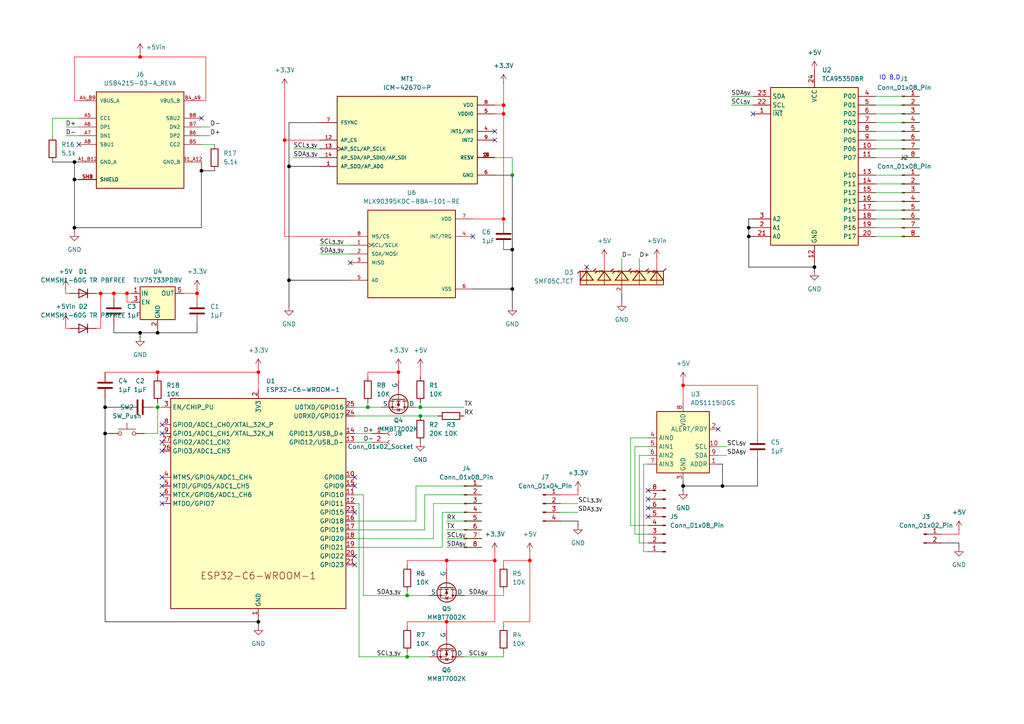
<source format=kicad_sch>
(kicad_sch (version 20250114) (generator "eeschema") (generator_version "9.0")
  (paper "A4")
  (text "IO B,D" (at 258.064 22.606 0) (effects (font (size 1.27 1.27))))
  (junction (at 30.48 125.73) (color 0 0 0 1))
  (junction (at 148.59 83.82) (color 0 0 0 1))
  (junction (at 58.42 49.53) (color 0 0 0 1))
  (junction (at 45.72 107.95) (color 255 0 0 1))
  (junction (at 118.11 172.72))
  (junction (at 198.12 140.97) (color 0 0 0 1))
  (junction (at 74.93 180.34) (color 0 0 0 1))
  (junction (at 21.59 46.99) (color 0 0 0 1))
  (junction (at 36.83 85.09) (color 255 0 0 1))
  (junction (at 129.54 162.56) (color 255 0 0 1))
  (junction (at 148.59 72.39) (color 0 0 0 1))
  (junction (at 198.12 111.76) (color 255 0 0 1))
  (junction (at 118.11 190.5))
  (junction (at 40.64 96.52) (color 0 0 0 1))
  (junction (at 83.82 48.26) (color 0 0 0 1))
  (junction (at 45.72 96.52) (color 0 0 0 1))
  (junction (at 74.93 107.95) (color 255 0 0 1))
  (junction (at 121.92 118.11))
  (junction (at 82.55 40.64) (color 255 0 0 1))
  (junction (at 143.51 162.56) (color 255 0 0 1))
  (junction (at 148.59 50.8))
  (junction (at 33.02 85.09) (color 255 0 0 1))
  (junction (at 217.17 68.58) (color 0 0 0 1))
  (junction (at 57.15 85.09) (color 255 0 0 1))
  (junction (at 121.92 120.65))
  (junction (at 106.68 118.11))
  (junction (at 30.48 118.11) (color 0 0 0 1))
  (junction (at 129.54 180.34) (color 255 0 0 1))
  (junction (at 45.72 118.11))
  (junction (at 146.05 33.02) (color 255 0 0 1))
  (junction (at 153.67 162.56) (color 255 0 0 1))
  (junction (at 29.21 85.09) (color 255 0 0 1))
  (junction (at 21.59 66.04) (color 0 0 0 1))
  (junction (at 83.82 81.28) (color 0 0 0 1))
  (junction (at 40.64 16.51) (color 255 0 0 1))
  (junction (at 146.05 30.48) (color 255 0 0 1))
  (junction (at 217.17 66.04) (color 0 0 0 1))
  (junction (at 209.55 140.97) (color 0 0 0 1))
  (junction (at 146.05 63.5) (color 255 0 0 1))
  (junction (at 236.22 77.47) (color 0 0 0 1))
  (junction (at 115.57 107.95) (color 255 0 0 1))
  (junction (at 21.59 52.07) (color 0 0 0 1))
  (no_connect (at 102.87 138.43))
  (no_connect (at 46.99 143.51))
  (no_connect (at 46.99 130.81))
  (no_connect (at 46.99 138.43))
  (no_connect (at 22.86 41.91))
  (no_connect (at 187.96 144.78))
  (no_connect (at 218.44 33.02))
  (no_connect (at 208.28 124.46))
  (no_connect (at 46.99 140.97))
  (no_connect (at 46.99 125.73))
  (no_connect (at 46.99 146.05))
  (no_connect (at 102.87 140.97))
  (no_connect (at 102.87 163.83))
  (no_connect (at 102.87 148.59))
  (no_connect (at 137.16 68.58))
  (no_connect (at 143.51 40.64))
  (no_connect (at 46.99 123.19))
  (no_connect (at 143.51 38.1))
  (no_connect (at 187.96 149.86))
  (no_connect (at 187.96 147.32))
  (no_connect (at 101.6 76.2))
  (no_connect (at 58.42 34.29))
  (no_connect (at 102.87 161.29))
  (no_connect (at 46.99 128.27))
  (no_connect (at 170.18 77.47))
  (no_connect (at 187.96 142.24))
  (wire (pts (xy 146.05 181.61) (xy 146.05 180.34)) (stroke (width 0) (color 255 0 0 1)))
  (wire (pts (xy 254 68.58) (xy 266.7 68.58)))
  (wire (pts (xy 143.51 33.02) (xy 146.05 33.02)) (stroke (width 0) (color 255 0 0 1)))
  (wire (pts (xy 143.51 160.02) (xy 143.51 162.56)) (stroke (width 0) (color 255 0 0 1)))
  (wire (pts (xy 185.42 74.93) (xy 185.42 77.47)))
  (wire (pts (xy 121.92 118.11) (xy 134.62 118.11)))
  (wire (pts (xy 217.17 68.58) (xy 218.44 68.58)) (stroke (width 0) (color 0 0 0 1)))
  (wire (pts (xy 57.15 96.52) (xy 45.72 96.52)) (stroke (width 0) (color 0 0 0 1)))
  (wire (pts (xy 125.73 146.05) (xy 139.7 146.05)))
  (wire (pts (xy 146.05 180.34) (xy 153.67 180.34)) (stroke (width 0) (color 255 0 0 1)))
  (wire (pts (xy 36.83 85.09) (xy 38.1 85.09)) (stroke (width 0) (color 255 0 0 1)))
  (wire (pts (xy 30.48 180.34) (xy 74.93 180.34)) (stroke (width 0) (color 0 0 0 1)))
  (wire (pts (xy 19.05 83.82) (xy 19.05 85.09)) (stroke (width 0) (color 255 0 0 1)))
  (wire (pts (xy 83.82 48.26) (xy 83.82 81.28)) (stroke (width 0) (color 0 0 0 1)))
  (wire (pts (xy 129.54 156.21) (xy 139.7 156.21)))
  (wire (pts (xy 120.65 140.97) (xy 139.7 140.97)))
  (wire (pts (xy 27.94 95.25) (xy 29.21 95.25)) (stroke (width 0) (color 255 0 0 1)))
  (wire (pts (xy 19.05 36.83) (xy 22.86 36.83)))
  (wire (pts (xy 15.24 34.29) (xy 22.86 34.29)))
  (wire (pts (xy 143.51 45.72) (xy 148.59 45.72)))
  (wire (pts (xy 21.59 29.21) (xy 21.59 16.51)) (stroke (width 0) (color 255 0 0 1)))
  (wire (pts (xy 254 38.1) (xy 266.7 38.1)))
  (wire (pts (xy 209.55 140.97) (xy 219.71 140.97)) (stroke (width 0) (color 0 0 0 1)))
  (wire (pts (xy 162.56 148.59) (xy 167.64 148.59)))
  (wire (pts (xy 106.68 116.84) (xy 106.68 118.11)))
  (wire (pts (xy 217.17 68.58) (xy 217.17 77.47)) (stroke (width 0) (color 0 0 0 1)))
  (wire (pts (xy 208.28 129.54) (xy 210.82 129.54)))
  (wire (pts (xy 102.87 128.27) (xy 107.95 128.27)))
  (wire (pts (xy 153.67 160.02) (xy 153.67 162.56)) (stroke (width 0) (color 255 0 0 1)))
  (wire (pts (xy 219.71 125.73) (xy 219.71 111.76)) (stroke (width 0) (color 255 0 0 1)))
  (wire (pts (xy 162.56 151.13) (xy 167.64 151.13)) (stroke (width 0) (color 0 0 0 1)))
  (wire (pts (xy 190.5 74.93) (xy 190.5 77.47)) (stroke (width 0) (color 255 0 0 1)))
  (wire (pts (xy 45.72 118.11) (xy 46.99 118.11)))
  (wire (pts (xy 83.82 48.26) (xy 92.71 48.26)) (stroke (width 0) (color 0 0 0 1)))
  (wire (pts (xy 105.41 172.72) (xy 118.11 172.72)))
  (wire (pts (xy 123.19 143.51) (xy 139.7 143.51)))
  (wire (pts (xy 30.48 107.95) (xy 45.72 107.95)) (stroke (width 0) (color 255 0 0 1)))
  (wire (pts (xy 118.11 180.34) (xy 129.54 180.34)) (stroke (width 0) (color 255 0 0 1)))
  (wire (pts (xy 57.15 93.98) (xy 57.15 96.52)) (stroke (width 0) (color 0 0 0 1)))
  (wire (pts (xy 30.48 125.73) (xy 30.48 180.34)) (stroke (width 0) (color 0 0 0 1)))
  (wire (pts (xy 57.15 85.09) (xy 57.15 86.36)) (stroke (width 0) (color 255 0 0 1)))
  (wire (pts (xy 254 53.34) (xy 266.7 53.34)))
  (wire (pts (xy 167.64 151.13) (xy 167.64 152.4)) (stroke (width 0) (color 0 0 0 1)))
  (wire (pts (xy 74.93 106.68) (xy 74.93 107.95)) (stroke (width 0) (color 255 0 0 1)))
  (wire (pts (xy 83.82 81.28) (xy 83.82 88.9)) (stroke (width 0) (color 0 0 0 1)))
  (wire (pts (xy 198.12 139.7) (xy 198.12 140.97)) (stroke (width 0) (color 0 0 0 1)))
  (wire (pts (xy 33.02 96.52) (xy 40.64 96.52)) (stroke (width 0) (color 0 0 0 1)))
  (wire (pts (xy 217.17 66.04) (xy 218.44 66.04)) (stroke (width 0) (color 0 0 0 1)))
  (wire (pts (xy 15.24 46.99) (xy 21.59 46.99)) (stroke (width 0) (color 0 0 0 1)))
  (wire (pts (xy 121.92 116.84) (xy 121.92 118.11)))
  (wire (pts (xy 21.59 46.99) (xy 21.59 52.07)) (stroke (width 0) (color 0 0 0 1)))
  (wire (pts (xy 106.68 109.22) (xy 106.68 107.95)) (stroke (width 0) (color 255 0 0 1)))
  (wire (pts (xy 146.05 30.48) (xy 146.05 33.02)) (stroke (width 0) (color 255 0 0 1)))
  (wire (pts (xy 128.27 148.59) (xy 128.27 158.75)))
  (wire (pts (xy 21.59 16.51) (xy 40.64 16.51)) (stroke (width 0) (color 255 0 0 1)))
  (wire (pts (xy 236.22 77.47) (xy 236.22 76.2)) (stroke (width 0) (color 0 0 0 1)))
  (wire (pts (xy 19.05 85.09) (xy 20.32 85.09)) (stroke (width 0) (color 255 0 0 1)))
  (wire (pts (xy 36.83 85.09) (xy 36.83 87.63)) (stroke (width 0) (color 255 0 0 1)))
  (wire (pts (xy 182.88 152.4) (xy 187.96 152.4)))
  (wire (pts (xy 106.68 118.11) (xy 110.49 118.11)))
  (wire (pts (xy 44.45 118.11) (xy 45.72 118.11)))
  (wire (pts (xy 15.24 39.37) (xy 15.24 34.29)))
  (wire (pts (xy 254 30.48) (xy 266.7 30.48)))
  (wire (pts (xy 102.87 151.13) (xy 120.65 151.13)))
  (wire (pts (xy 219.71 133.35) (xy 219.71 140.97)) (stroke (width 0) (color 0 0 0 1)))
  (wire (pts (xy 62.23 49.53) (xy 58.42 49.53)) (stroke (width 0) (color 0 0 0 1)))
  (wire (pts (xy 121.92 106.68) (xy 121.92 109.22)) (stroke (width 0) (color 255 0 0 1)))
  (wire (pts (xy 21.59 52.07) (xy 21.59 66.04)) (stroke (width 0) (color 0 0 0 1)))
  (wire (pts (xy 45.72 107.95) (xy 45.72 109.22)) (stroke (width 0) (color 255 0 0 1)))
  (wire (pts (xy 82.55 40.64) (xy 92.71 40.64)) (stroke (width 0) (color 255 0 0 1)))
  (wire (pts (xy 74.93 180.34) (xy 74.93 179.07)) (stroke (width 0) (color 0 0 0 1)))
  (wire (pts (xy 182.88 127) (xy 182.88 152.4)))
  (wire (pts (xy 123.19 153.67) (xy 102.87 153.67)))
  (wire (pts (xy 254 40.64) (xy 266.7 40.64)))
  (wire (pts (xy 254 33.02) (xy 266.7 33.02)))
  (wire (pts (xy 254 45.72) (xy 266.7 45.72)))
  (wire (pts (xy 208.28 132.08) (xy 210.82 132.08)))
  (wire (pts (xy 217.17 66.04) (xy 217.17 68.58)) (stroke (width 0) (color 0 0 0 1)))
  (wire (pts (xy 36.83 87.63) (xy 38.1 87.63)) (stroke (width 0) (color 255 0 0 1)))
  (wire (pts (xy 120.65 140.97) (xy 120.65 151.13)))
  (wire (pts (xy 118.11 171.45) (xy 118.11 172.72)))
  (wire (pts (xy 254 27.94) (xy 266.7 27.94)))
  (wire (pts (xy 45.72 116.84) (xy 45.72 118.11)))
  (wire (pts (xy 92.71 35.56) (xy 83.82 35.56)) (stroke (width 0) (color 0 0 0 1)))
  (wire (pts (xy 118.11 162.56) (xy 129.54 162.56)) (stroke (width 0) (color 255 0 0 1)))
  (wire (pts (xy 83.82 81.28) (xy 101.6 81.28)) (stroke (width 0) (color 0 0 0 1)))
  (wire (pts (xy 212.09 30.48) (xy 218.44 30.48)))
  (wire (pts (xy 40.64 16.51) (xy 40.64 15.24)) (stroke (width 0) (color 255 0 0 1)))
  (wire (pts (xy 184.15 129.54) (xy 187.96 129.54)))
  (wire (pts (xy 184.15 154.94) (xy 187.96 154.94)))
  (wire (pts (xy 58.42 39.37) (xy 60.96 39.37)))
  (wire (pts (xy 121.92 120.65) (xy 127 120.65)))
  (wire (pts (xy 30.48 118.11) (xy 36.83 118.11)) (stroke (width 0) (color 0 0 0 1)))
  (wire (pts (xy 45.72 118.11) (xy 45.72 125.73)))
  (wire (pts (xy 33.02 85.09) (xy 33.02 86.36)) (stroke (width 0) (color 255 0 0 1)))
  (wire (pts (xy 101.6 68.58) (xy 82.55 68.58)) (stroke (width 0) (color 255 0 0 1)))
  (wire (pts (xy 198.12 140.97) (xy 198.12 142.24)) (stroke (width 0) (color 0 0 0 1)))
  (wire (pts (xy 58.42 29.21) (xy 59.69 29.21)) (stroke (width 0) (color 255 0 0 1)))
  (wire (pts (xy 180.34 85.09) (xy 180.34 87.63)) (stroke (width 0) (color 0 0 0 1)))
  (wire (pts (xy 153.67 162.56) (xy 146.05 162.56)) (stroke (width 0) (color 255 0 0 1)))
  (wire (pts (xy 254 63.5) (xy 266.7 63.5)))
  (wire (pts (xy 22.86 29.21) (xy 21.59 29.21)) (stroke (width 0) (color 255 0 0 1)))
  (wire (pts (xy 146.05 63.5) (xy 146.05 64.77)) (stroke (width 0) (color 255 0 0 1)))
  (wire (pts (xy 180.34 74.93) (xy 180.34 77.47)))
  (wire (pts (xy 254 43.18) (xy 266.7 43.18)))
  (wire (pts (xy 278.13 157.48) (xy 278.13 158.75)) (stroke (width 0) (color 0 0 0 1)))
  (wire (pts (xy 175.26 74.93) (xy 175.26 77.47)) (stroke (width 0) (color 255 0 0 1)))
  (wire (pts (xy 186.69 134.62) (xy 186.69 160.02)))
  (wire (pts (xy 137.16 83.82) (xy 148.59 83.82)) (stroke (width 0) (color 0 0 0 1)))
  (wire (pts (xy 45.72 96.52) (xy 40.64 96.52)) (stroke (width 0) (color 0 0 0 1)))
  (wire (pts (xy 273.05 157.48) (xy 278.13 157.48)) (stroke (width 0) (color 0 0 0 1)))
  (wire (pts (xy 143.51 162.56) (xy 143.51 180.34)) (stroke (width 0) (color 255 0 0 1)))
  (wire (pts (xy 58.42 41.91) (xy 62.23 41.91)))
  (wire (pts (xy 278.13 154.94) (xy 278.13 153.67)) (stroke (width 0) (color 255 0 0 1)))
  (wire (pts (xy 148.59 72.39) (xy 148.59 83.82)) (stroke (width 0) (color 0 0 0 1)))
  (wire (pts (xy 21.59 66.04) (xy 58.42 66.04)) (stroke (width 0) (color 0 0 0 1)))
  (wire (pts (xy 102.87 118.11) (xy 106.68 118.11)))
  (wire (pts (xy 254 66.04) (xy 266.7 66.04)))
  (wire (pts (xy 184.15 129.54) (xy 184.15 154.94)))
  (wire (pts (xy 143.51 180.34) (xy 129.54 180.34)) (stroke (width 0) (color 255 0 0 1)))
  (wire (pts (xy 57.15 83.82) (xy 57.15 85.09)) (stroke (width 0) (color 255 0 0 1)))
  (wire (pts (xy 115.57 106.68) (xy 115.57 107.95)) (stroke (width 0) (color 255 0 0 1)))
  (wire (pts (xy 217.17 77.47) (xy 236.22 77.47)) (stroke (width 0) (color 0 0 0 1)))
  (wire (pts (xy 74.93 180.34) (xy 74.93 181.61)) (stroke (width 0) (color 0 0 0 1)))
  (wire (pts (xy 137.16 63.5) (xy 146.05 63.5)) (stroke (width 0) (color 255 0 0 1)))
  (wire (pts (xy 29.21 85.09) (xy 33.02 85.09)) (stroke (width 0) (color 255 0 0 1)))
  (wire (pts (xy 102.87 158.75) (xy 128.27 158.75)))
  (wire (pts (xy 254 55.88) (xy 266.7 55.88)))
  (wire (pts (xy 182.88 127) (xy 187.96 127)))
  (wire (pts (xy 254 50.8) (xy 266.7 50.8)))
  (wire (pts (xy 19.05 93.98) (xy 19.05 95.25)) (stroke (width 0) (color 255 0 0 1)))
  (wire (pts (xy 212.09 27.94) (xy 218.44 27.94)))
  (wire (pts (xy 187.96 132.08) (xy 185.42 132.08)))
  (wire (pts (xy 92.71 73.66) (xy 101.6 73.66)))
  (wire (pts (xy 134.62 190.5) (xy 146.05 190.5)))
  (wire (pts (xy 254 60.96) (xy 266.7 60.96)))
  (wire (pts (xy 143.51 50.8) (xy 148.59 50.8)) (stroke (width 0) (color 0 0 0 1)))
  (wire (pts (xy 153.67 162.56) (xy 153.67 180.34)) (stroke (width 0) (color 255 0 0 1)))
  (wire (pts (xy 20.32 95.25) (xy 19.05 95.25)) (stroke (width 0) (color 255 0 0 1)))
  (wire (pts (xy 105.41 143.51) (xy 102.87 143.51)))
  (wire (pts (xy 19.05 39.37) (xy 22.86 39.37)))
  (wire (pts (xy 105.41 143.51) (xy 105.41 172.72)))
  (wire (pts (xy 167.64 142.24) (xy 167.64 143.51)) (stroke (width 0) (color 255 0 0 1)))
  (wire (pts (xy 59.69 16.51) (xy 40.64 16.51)) (stroke (width 0) (color 255 0 0 1)))
  (wire (pts (xy 187.96 134.62) (xy 186.69 134.62)))
  (wire (pts (xy 236.22 77.47) (xy 236.22 78.74)) (stroke (width 0) (color 0 0 0 1)))
  (wire (pts (xy 33.02 85.09) (xy 36.83 85.09)) (stroke (width 0) (color 255 0 0 1)))
  (wire (pts (xy 148.59 50.8) (xy 148.59 72.39)) (stroke (width 0) (color 0 0 0 1)))
  (wire (pts (xy 146.05 162.56) (xy 146.05 163.83)) (stroke (width 0) (color 255 0 0 1)))
  (wire (pts (xy 254 58.42) (xy 266.7 58.42)))
  (wire (pts (xy 185.42 132.08) (xy 185.42 157.48)))
  (wire (pts (xy 59.69 29.21) (xy 59.69 16.51)) (stroke (width 0) (color 255 0 0 1)))
  (wire (pts (xy 148.59 83.82) (xy 148.59 88.9)) (stroke (width 0) (color 0 0 0 1)))
  (wire (pts (xy 146.05 24.13) (xy 146.05 30.48)) (stroke (width 0) (color 255 0 0 1)))
  (wire (pts (xy 146.05 190.5) (xy 146.05 189.23)))
  (wire (pts (xy 129.54 180.34) (xy 129.54 182.88)) (stroke (width 0) (color 255 0 0 1)))
  (wire (pts (xy 102.87 125.73) (xy 107.95 125.73)))
  (wire (pts (xy 115.57 107.95) (xy 115.57 110.49)) (stroke (width 0) (color 255 0 0 1)))
  (wire (pts (xy 146.05 72.39) (xy 148.59 72.39)) (stroke (width 0) (color 0 0 0 1)))
  (wire (pts (xy 104.14 190.5) (xy 118.11 190.5)))
  (wire (pts (xy 58.42 49.53) (xy 58.42 66.04)) (stroke (width 0) (color 0 0 0 1)))
  (wire (pts (xy 273.05 154.94) (xy 278.13 154.94)) (stroke (width 0) (color 255 0 0 1)))
  (wire (pts (xy 30.48 125.73) (xy 31.75 125.73)) (stroke (width 0) (color 0 0 0 1)))
  (wire (pts (xy 30.48 118.11) (xy 30.48 125.73)) (stroke (width 0) (color 0 0 0 1)))
  (wire (pts (xy 129.54 162.56) (xy 129.54 165.1)) (stroke (width 0) (color 255 0 0 1)))
  (wire (pts (xy 118.11 181.61) (xy 118.11 180.34)) (stroke (width 0) (color 255 0 0 1)))
  (wire (pts (xy 33.02 93.98) (xy 33.02 96.52)) (stroke (width 0) (color 0 0 0 1)))
  (wire (pts (xy 134.62 172.72) (xy 146.05 172.72)))
  (wire (pts (xy 254 35.56) (xy 266.7 35.56)))
  (wire (pts (xy 125.73 146.05) (xy 125.73 156.21)))
  (wire (pts (xy 102.87 120.65) (xy 121.92 120.65)))
  (wire (pts (xy 129.54 153.67) (xy 139.7 153.67)))
  (wire (pts (xy 82.55 25.4) (xy 82.55 40.64)) (stroke (width 0) (color 255 0 0 1)))
  (wire (pts (xy 217.17 63.5) (xy 217.17 66.04)) (stroke (width 0) (color 0 0 0 1)))
  (wire (pts (xy 218.44 63.5) (xy 217.17 63.5)) (stroke (width 0) (color 0 0 0 1)))
  (wire (pts (xy 123.19 143.51) (xy 123.19 153.67)))
  (wire (pts (xy 102.87 156.21) (xy 125.73 156.21)))
  (wire (pts (xy 118.11 163.83) (xy 118.11 162.56)) (stroke (width 0) (color 255 0 0 1)))
  (wire (pts (xy 162.56 143.51) (xy 167.64 143.51)) (stroke (width 0) (color 255 0 0 1)))
  (wire (pts (xy 41.91 125.73) (xy 45.72 125.73)))
  (wire (pts (xy 198.12 111.76) (xy 198.12 116.84)) (stroke (width 0) (color 255 0 0 1)))
  (wire (pts (xy 104.14 146.05) (xy 104.14 190.5)))
  (wire (pts (xy 83.82 35.56) (xy 83.82 48.26)) (stroke (width 0) (color 0 0 0 1)))
  (wire (pts (xy 45.72 95.25) (xy 45.72 96.52)) (stroke (width 0) (color 0 0 0 1)))
  (wire (pts (xy 146.05 33.02) (xy 146.05 63.5)) (stroke (width 0) (color 255 0 0 1)))
  (wire (pts (xy 106.68 107.95) (xy 115.57 107.95)) (stroke (width 0) (color 255 0 0 1)))
  (wire (pts (xy 82.55 40.64) (xy 82.55 68.58)) (stroke (width 0) (color 255 0 0 1)))
  (wire (pts (xy 129.54 158.75) (xy 139.7 158.75)))
  (wire (pts (xy 146.05 172.72) (xy 146.05 171.45)))
  (wire (pts (xy 53.34 85.09) (xy 57.15 85.09)) (stroke (width 0) (color 255 0 0 1)))
  (wire (pts (xy 27.94 85.09) (xy 29.21 85.09)) (stroke (width 0) (color 255 0 0 1)))
  (wire (pts (xy 118.11 190.5) (xy 124.46 190.5)))
  (wire (pts (xy 74.93 107.95) (xy 74.93 113.03)) (stroke (width 0) (color 255 0 0 1)))
  (wire (pts (xy 85.09 45.72) (xy 92.71 45.72)))
  (wire (pts (xy 58.42 36.83) (xy 60.96 36.83)))
  (wire (pts (xy 104.14 146.05) (xy 102.87 146.05)))
  (wire (pts (xy 118.11 172.72) (xy 124.46 172.72)))
  (wire (pts (xy 21.59 46.99) (xy 22.86 46.99)) (stroke (width 0) (color 0 0 0 1)))
  (wire (pts (xy 186.69 160.02) (xy 187.96 160.02)))
  (wire (pts (xy 29.21 85.09) (xy 29.21 95.25)) (stroke (width 0) (color 255 0 0 1)))
  (wire (pts (xy 45.72 107.95) (xy 74.93 107.95)) (stroke (width 0) (color 255 0 0 1)))
  (wire (pts (xy 209.55 140.97) (xy 198.12 140.97)) (stroke (width 0) (color 0 0 0 1)))
  (wire (pts (xy 129.54 162.56) (xy 143.51 162.56)) (stroke (width 0) (color 255 0 0 1)))
  (wire (pts (xy 208.28 134.62) (xy 209.55 134.62)) (stroke (width 0) (color 0 0 0 1)))
  (wire (pts (xy 21.59 67.31) (xy 21.59 66.04)) (stroke (width 0) (color 0 0 0 1)))
  (wire (pts (xy 143.51 30.48) (xy 146.05 30.48)) (stroke (width 0) (color 255 0 0 1)))
  (wire (pts (xy 148.59 45.72) (xy 148.59 50.8)))
  (wire (pts (xy 21.59 52.07) (xy 22.86 52.07)) (stroke (width 0) (color 0 0 0 1)))
  (wire (pts (xy 92.71 71.12) (xy 101.6 71.12)))
  (wire (pts (xy 209.55 134.62) (xy 209.55 140.97)) (stroke (width 0) (color 0 0 0 1)))
  (wire (pts (xy 185.42 157.48) (xy 187.96 157.48)))
  (wire (pts (xy 58.42 46.99) (xy 58.42 49.53)) (stroke (width 0) (color 0 0 0 1)))
  (wire (pts (xy 198.12 110.49) (xy 198.12 111.76)) (stroke (width 0) (color 255 0 0 1)))
  (wire (pts (xy 40.64 96.52) (xy 40.64 97.79)) (stroke (width 0) (color 0 0 0 1)))
  (wire (pts (xy 219.71 111.76) (xy 198.12 111.76)) (stroke (width 0) (color 255 0 0 1)))
  (wire (pts (xy 129.54 151.13) (xy 139.7 151.13)))
  (wire (pts (xy 128.27 148.59) (xy 139.7 148.59)))
  (wire (pts (xy 162.56 146.05) (xy 167.64 146.05)))
  (wire (pts (xy 118.11 189.23) (xy 118.11 190.5)))
  (wire (pts (xy 30.48 115.57) (xy 30.48 118.11)) (stroke (width 0) (color 0 0 0 1)))
  (wire (pts (xy 85.09 43.18) (xy 92.71 43.18)))
  (wire (pts (xy 120.65 118.11) (xy 121.92 118.11)))
  (label "SCL_{5V}" (at 210.82 129.54 0))
  (label "SCL_{3.3V}" (at 109.22 190.5 0))
  (label "SCL_{5V}" (at 212.09 30.48 0))
  (label "SDA_{3.3V}" (at 92.71 73.66 0))
  (label "SCL_{5V}" (at 135.89 190.5 0))
  (label "D-" (at 19.05 39.37 0))
  (label "D+" (at 185.42 74.93 0))
  (label "SCL_{3.3V}" (at 167.64 146.05 0))
  (label "SDA_{5V}" (at 129.54 158.75 0))
  (label "SCL_{3.3V}" (at 92.71 71.12 0))
  (label "SDA_{5V}" (at 212.09 27.94 0))
  (label "TX" (at 129.54 153.67 0))
  (label "D+" (at 105.41 125.73 0))
  (label "D-" (at 180.34 74.93 0))
  (label "D-" (at 105.41 128.27 0))
  (label "SCL_{3.3V}" (at 85.09 43.18 0))
  (label "SDA_{3.3V}" (at 109.22 172.72 0))
  (label "SDA_{3.3V}" (at 85.09 45.72 0))
  (label "RX" (at 134.62 120.65 0))
  (label "SDA_{3.3V}" (at 167.64 148.59 0))
  (label "SDA_{5V}" (at 210.82 132.08 0))
  (label "SDA_{5V}" (at 135.89 172.72 0))
  (label "RX" (at 129.54 151.13 0))
  (label "D+" (at 60.96 39.37 0))
  (label "SCL_{5V}" (at 129.54 156.21 0))
  (label "D-" (at 60.96 36.83 0))
  (label "TX" (at 134.62 118.11 0))
  (label "D+" (at 19.05 36.83 0))
  (symbol (lib_id "Device:C") (at 146.05 68.58 180) (unit 1)
    (property "Reference" "C6" (at 139.7 67.31 0) (effects (justify right)))
    (property "Value" "1µF" (at 139.7 69.85 0) (effects (justify right)))
    (property "Footprint" "Capacitor_SMD:C_0603_1608Metric" (effects (hide yes)))
    (property "Description" "Unpolarized capacitor" (effects (hide yes)))
  )
  (symbol (lib_id "Device:D") (at 24.13 85.09 180) (unit 1)
    (property "Reference" "D1" (at 24.13 78.74 0))
    (property "Value" "CMMSH1-60G TR PBFREE" (at 24.13 81.28 0))
    (property "Footprint" "Diode_SMD:D_SOD-123F" (effects (hide yes)))
    (property "Description" "Diode" (effects (hide yes)))
    (property "Sim.Device" "D" (effects (hide yes)))
    (property "Sim.Pins" "1=K 2=A" (effects (hide yes)))
  )
  (symbol (lib_id "power:GND") (at 74.93 181.61 0) (unit 1)
    (property "Reference" "#PWR08" (effects (hide yes)))
    (property "Value" "GND" (at 74.93 186.69 0))
    (property "Description" "Power symbol creates a global label with name \"GND\" , ground" (effects (hide yes)))
  )
  (symbol (lib_id "Device:R") (at 146.05 185.42 180) (unit 1)
    (property "Reference" "R4" (at 148.59 184.1499 0) (effects (justify right)))
    (property "Value" "10K" (at 148.59 186.6899 0) (effects (justify right)))
    (property "Footprint" "Resistor_SMD:R_0603_1608Metric" (effects (hide yes)))
    (property "Description" "Resistor" (effects (hide yes)))
  )
  (symbol (lib_id "power:GND") (at 198.12 142.24 0) (unit 1)
    (property "Reference" "#PWR04" (effects (hide yes)))
    (property "Value" "GND" (at 198.12 147.32 0))
    (property "Description" "Power symbol creates a global label with name \"GND\" , ground" (effects (hide yes)))
  )
  (symbol (lib_id "Device:R") (at 118.11 167.64 180) (unit 1)
    (property "Reference" "R6" (at 120.65 166.3699 0) (effects (justify right)))
    (property "Value" "10K" (at 120.65 168.9099 0) (effects (justify right)))
    (property "Footprint" "Resistor_SMD:R_0603_1608Metric" (effects (hide yes)))
    (property "Description" "Resistor" (effects (hide yes)))
  )
  (symbol (lib_id "Switch:SW_Push") (at 36.83 125.73 0) (unit 1)
    (property "Reference" "SW2" (at 36.83 118.11 0))
    (property "Value" "SW_Push" (at 36.83 120.65 0))
    (property "Footprint" "Button_Switch_THT:SW_PUSH_6mm" (effects (hide yes)))
    (property "Description" "Push button switch, generic, two pins" (effects (hide yes)))
  )
  (symbol (lib_id "ICM-42670-P:ICM-42670-P") (at 118.11 40.64 0) (unit 1)
    (property "Reference" "MT1" (at 118.11 22.86 0))
    (property "Value" "ICM-42670-P" (at 118.11 25.4 0))
    (property "Footprint" "Package_LGA:Bosch_LGA-14_3x2.5mm_P0.5mm" (effects (hide yes)))
    (property "MF" "TDK InvenSense" (effects (hide yes)))
    (property "MAXIMUM_PACKAGE_HEIGHT" "0.81 mm" (effects (hide yes)))
    (property "Package" "None" (effects (hide yes)))
    (property "Price" "None" (effects (hide yes)))
    (property "Check_prices" "https://www.snapeda.com/parts/ICM-42670-P/TDK/view-part/?ref=eda" (effects (hide yes)))
    (property "STANDARD" "Manufacturer Recommendations" (effects (hide yes)))
    (property "PARTREV" "1.1" (effects (hide yes)))
    (property "SnapEDA_Link" "https://www.snapeda.com/parts/ICM-42670-P/TDK/view-part/?ref=snap" (effects (hide yes)))
    (property "MP" "ICM-42670-P" (effects (hide yes)))
    (property "Description_1" "\n                        \n                            Low-Power, Premium Performance 6-Axis MotionTrackingTM IMU with I3C, I2C and SPI interface in 2.5mm x 3mm Package\n                        \n" (effects (hide yes)))
    (property "Availability" "In Stock" (effects (hide yes)))
    (property "MANUFACTURER" "TDK InvenSense" (effects (hide yes)))
  )
  (symbol (lib_id "power:+5V") (at 198.12 110.49 0) (unit 1)
    (property "Reference" "#PWR011" (effects (hide yes)))
    (property "Value" "+5V" (at 198.12 105.41 0))
    (property "Description" "Power symbol creates a global label with name \"+5V\"" (effects (hide yes)))
  )
  (symbol (lib_id "Device:R") (at 121.92 124.46 0) (unit 1)
    (property "Reference" "R2" (at 124.46 123.1899 0) (effects (justify left)))
    (property "Value" "20K" (at 124.46 125.7299 0) (effects (justify left)))
    (property "Footprint" "Resistor_SMD:R_0603_1608Metric" (effects (hide yes)))
    (property "Description" "Resistor" (effects (hide yes)))
  )
  (symbol (lib_id "Simulation_SPICE:NMOS") (at 115.57 115.57 270) (unit 1)
    (property "Reference" "Q4" (at 115.57 121.92 90))
    (property "Value" "MMBT7002K" (at 115.57 124.46 90))
    (property "Footprint" "Package_TO_SOT_SMD:SOT-23" (effects (hide yes)))
    (property "Datasheet" "https://ngspice.sourceforge.io/docs/ngspice-html-manual/manual.xhtml#cha_MOSFETs" (effects (hide yes)))
    (property "Description" "N-MOSFET transistor, drain/source/gate" (effects (hide yes)))
    (property "Sim.Device" "NMOS" (effects (hide yes)))
    (property "Sim.Type" "VDMOS" (effects (hide yes)))
    (property "Sim.Pins" "1=D 2=G 3=S" (effects (hide yes)))
  )
  (symbol (lib_id "Connector:Conn_01x08_Pin") (at 261.62 58.42 0) (unit 1)
    (property "Reference" "J2" (at 262.255 45.72 0))
    (property "Value" "Conn_01x08_Pin" (at 262.255 48.26 0))
    (property "Footprint" "Connector_PinSocket_2.54mm:PinSocket_1x08_P2.54mm_Vertical" (effects (hide yes)))
    (property "Description" "Generic connector, single row, 01x08, script generated" (effects (hide yes)))
  )
  (symbol (lib_id "power:+5VA") (at 190.5 74.93 0) (unit 1)
    (property "Reference" "#PWR025" (effects (hide yes)))
    (property "Value" "+5Vin" (at 190.5 69.85 0))
    (property "Description" "Power symbol creates a global label with name \"+5VA\"" (effects (hide yes)))
  )
  (symbol (lib_id "Connector:Conn_01x08_Pin") (at 134.62 148.59 0) (unit 1)
    (property "Reference" "J4" (at 135.255 135.89 0))
    (property "Value" "Conn_01x08_Pin" (at 135.255 138.43 0))
    (property "Footprint" "Connector_PinSocket_2.54mm:PinSocket_1x08_P2.54mm_Vertical" (effects (hide yes)))
    (property "Description" "Generic connector, single row, 01x08, script generated" (effects (hide yes)))
  )
  (symbol (lib_id "Connector:Conn_01x02_Pin") (at 267.97 154.94 0) (unit 1)
    (property "Reference" "J3" (at 268.605 149.86 0))
    (property "Value" "Conn_01x02_Pin" (at 268.605 152.4 0))
    (property "Footprint" "Connector_PinSocket_2.54mm:PinSocket_1x02_P2.54mm_Vertical" (effects (hide yes)))
    (property "Description" "Generic connector, single row, 01x02, script generated" (effects (hide yes)))
  )
  (symbol (lib_id "power:+3.3V") (at 57.15 83.82 0) (unit 1)
    (property "Reference" "#PWR020" (effects (hide yes)))
    (property "Value" "+3.3V" (at 57.15 78.74 0))
    (property "Description" "Power symbol creates a global label with name \"+3.3V\"" (effects (hide yes)))
  )
  (symbol (lib_id "power:GND") (at 83.82 88.9 0) (unit 1)
    (property "Reference" "#PWR023" (effects (hide yes)))
    (property "Value" "GND" (at 83.82 93.98 0))
    (property "Description" "Power symbol creates a global label with name \"GND\" , ground" (effects (hide yes)))
  )
  (symbol (lib_id "power:+5V") (at 19.05 83.82 0) (unit 1)
    (property "Reference" "#PWR018" (effects (hide yes)))
    (property "Value" "+5V" (at 19.05 78.74 0))
    (property "Description" "Power symbol creates a global label with name \"+5V\"" (effects (hide yes)))
  )
  (symbol (lib_id "power:+5V") (at 175.26 74.93 0) (unit 1)
    (property "Reference" "#PWR024" (effects (hide yes)))
    (property "Value" "+5V" (at 175.26 69.85 0))
    (property "Description" "Power symbol creates a global label with name \"+5V\"" (effects (hide yes)))
  )
  (symbol (lib_id "power:+5V") (at 278.13 153.67 0) (unit 1)
    (property "Reference" "#PWR017" (effects (hide yes)))
    (property "Value" "+5V" (at 278.13 148.59 0))
    (property "Description" "Power symbol creates a global label with name \"+5V\"" (effects (hide yes)))
  )
  (symbol (lib_id "Connector:Conn_01x08_Pin") (at 193.04 152.4 180) (unit 1)
    (property "Reference" "J5" (at 194.31 149.8599 0) (effects (justify right)))
    (property "Value" "Conn_01x08_Pin" (at 194.31 152.3999 0) (effects (justify right)))
    (property "Footprint" "Connector_PinSocket_2.54mm:PinSocket_1x08_P2.54mm_Vertical" (effects (hide yes)))
    (property "Description" "Generic connector, single row, 01x08, script generated" (effects (hide yes)))
  )
  (symbol (lib_id "Device:R") (at 121.92 113.03 0) (unit 1)
    (property "Reference" "R1" (at 124.46 111.7599 0) (effects (justify left)))
    (property "Value" "10K" (at 124.46 114.2999 0) (effects (justify left)))
    (property "Footprint" "Resistor_SMD:R_0603_1608Metric" (effects (hide yes)))
    (property "Description" "Resistor" (effects (hide yes)))
  )
  (symbol (lib_id "power:GND") (at 180.34 87.63 0) (unit 1)
    (property "Reference" "#PWR026" (effects (hide yes)))
    (property "Value" "GND" (at 180.34 92.71 0))
    (property "Description" "Power symbol creates a global label with name \"GND\" , ground" (effects (hide yes)))
  )
  (symbol (lib_id "Device:R") (at 130.81 120.65 90) (unit 1)
    (property "Reference" "R3" (at 130.81 123.19 90))
    (property "Value" "10K" (at 130.81 125.73 90))
    (property "Footprint" "Resistor_SMD:R_0603_1608Metric" (effects (hide yes)))
    (property "Description" "Resistor" (effects (hide yes)))
  )
  (symbol (lib_id "Device:C") (at 40.64 118.11 90) (unit 1)
    (property "Reference" "C2" (at 40.64 110.49 90))
    (property "Value" "1µF" (at 40.64 113.03 90))
    (property "Footprint" "Capacitor_SMD:C_0603_1608Metric" (effects (hide yes)))
    (property "Description" "Unpolarized capacitor" (effects (hide yes)))
  )
  (symbol (lib_id "Connector:Conn_01x02_Socket") (at 113.03 125.73 0) (unit 1)
    (property "Reference" "J8" (at 114.3 125.7299 0) (effects (justify left)))
    (property "Value" "Conn_01x02_Socket" (at 100.838 129.54 0) (effects (justify left)))
    (property "Footprint" "Connector_PinSocket_1.27mm:PinSocket_2x01_P1.27mm_Vertical" (effects (hide yes)))
    (property "Description" "Generic connector, single row, 01x02, script generated" (effects (hide yes)))
  )
  (symbol (lib_id "power:+5VA") (at 40.64 15.24 0) (unit 1)
    (property "Reference" "#PWR09" (effects (hide yes)))
    (property "Value" "+5Vin" (at 45.212 13.716 0))
    (property "Description" "Power symbol creates a global label with name \"+5VA\"" (effects (hide yes)))
  )
  (symbol (lib_id "PCM_Espressif:ESP32-C6-WROOM-1") (at 74.93 146.05 0) (unit 1)
    (property "Reference" "U1" (at 77.1241 110.49 0) (effects (justify left)))
    (property "Value" "ESP32-C6-WROOM-1" (at 77.1241 113.03 0) (effects (justify left)))
    (property "Footprint" "PCM_Espressif:ESP32-C6-WROOM-1" (effects (hide yes)))
    (property "Datasheet" "https://www.espressif.com/sites/default/files/documentation/esp32-c6-wroom-1_wroom-1u_datasheet_en.pdf" (effects (hide yes)))
    (property "Description" "ESP32-C6-WROOM-1/U is a module that supports 2.4 GHz Wi-Fi 6 (802.11 ax), Bluetooth® 5 (LE), Zigbee and Thread (802.15.4)" (effects (hide yes)))
  )
  (symbol (lib_id "Simulation_SPICE:NMOS") (at 129.54 187.96 270) (unit 1)
    (property "Reference" "Q6" (at 129.54 194.31 90))
    (property "Value" "MMBT7002K" (at 129.54 196.85 90))
    (property "Footprint" "Package_TO_SOT_SMD:SOT-23" (effects (hide yes)))
    (property "Datasheet" "https://ngspice.sourceforge.io/docs/ngspice-html-manual/manual.xhtml#cha_MOSFETs" (effects (hide yes)))
    (property "Description" "N-MOSFET transistor, drain/source/gate" (effects (hide yes)))
    (property "Sim.Device" "NMOS" (effects (hide yes)))
    (property "Sim.Type" "VDMOS" (effects (hide yes)))
    (property "Sim.Pins" "1=D 2=G 3=S" (effects (hide yes)))
  )
  (symbol (lib_id "power:GND") (at 278.13 158.75 0) (unit 1)
    (property "Reference" "#PWR016" (effects (hide yes)))
    (property "Value" "GND" (at 278.13 163.83 0))
    (property "Description" "Power symbol creates a global label with name \"GND\" , ground" (effects (hide yes)))
  )
  (symbol (lib_id "power:+3.3V") (at 82.55 25.4 0) (unit 1)
    (property "Reference" "#PWR022" (effects (hide yes)))
    (property "Value" "+3.3V" (at 82.55 20.32 0))
    (property "Description" "Power symbol creates a global label with name \"+3.3V\"" (effects (hide yes)))
  )
  (symbol (lib_id "Device:C") (at 30.48 111.76 180) (unit 1)
    (property "Reference" "C4" (at 34.29 110.4899 0) (effects (justify right)))
    (property "Value" "1µF" (at 34.29 113.0299 0) (effects (justify right)))
    (property "Footprint" "Capacitor_SMD:C_0603_1608Metric" (effects (hide yes)))
    (property "Description" "Unpolarized capacitor" (effects (hide yes)))
  )
  (symbol (lib_id "power:GND") (at 167.64 152.4 0) (unit 1)
    (property "Reference" "#PWR028" (effects (hide yes)))
    (property "Value" "GND" (at 167.64 157.48 0))
    (property "Description" "Power symbol creates a global label with name \"GND\" , ground" (effects (hide yes)))
  )
  (symbol (lib_id "Simulation_SPICE:NMOS") (at 129.54 170.18 270) (unit 1)
    (property "Reference" "Q5" (at 129.54 176.53 90))
    (property "Value" "MMBT7002K" (at 129.54 179.07 90))
    (property "Footprint" "Package_TO_SOT_SMD:SOT-23" (effects (hide yes)))
    (property "Datasheet" "https://ngspice.sourceforge.io/docs/ngspice-html-manual/manual.xhtml#cha_MOSFETs" (effects (hide yes)))
    (property "Description" "N-MOSFET transistor, drain/source/gate" (effects (hide yes)))
    (property "Sim.Device" "NMOS" (effects (hide yes)))
    (property "Sim.Type" "VDMOS" (effects (hide yes)))
    (property "Sim.Pins" "1=D 2=G 3=S" (effects (hide yes)))
  )
  (symbol (lib_id "Device:C") (at 57.15 90.17 0) (unit 1)
    (property "Reference" "C1" (at 60.96 88.8999 0) (effects (justify left)))
    (property "Value" "1µF" (at 60.96 91.4399 0) (effects (justify left)))
    (property "Footprint" "Capacitor_SMD:C_0603_1608Metric" (effects (hide yes)))
    (property "Description" "Unpolarized capacitor" (effects (hide yes)))
  )
  (symbol (lib_id "power:GND") (at 148.59 88.9 0) (unit 1)
    (property "Reference" "#PWR014" (effects (hide yes)))
    (property "Value" "GND" (at 148.59 93.98 0))
    (property "Description" "Power symbol creates a global label with name \"GND\" , ground" (effects (hide yes)))
  )
  (symbol (lib_id "power:GND") (at 40.64 97.79 0) (unit 1)
    (property "Reference" "#PWR021" (effects (hide yes)))
    (property "Value" "GND" (at 40.64 102.87 0))
    (property "Description" "Power symbol creates a global label with name \"GND\" , ground" (effects (hide yes)))
  )
  (symbol (lib_id "power:GND") (at 21.59 67.31 0) (unit 1)
    (property "Reference" "#PWR07" (effects (hide yes)))
    (property "Value" "GND" (at 21.59 72.39 0))
    (property "Description" "Power symbol creates a global label with name \"GND\" , ground" (effects (hide yes)))
  )
  (symbol (lib_id "power:+3.3V") (at 74.93 106.68 0) (unit 1)
    (property "Reference" "#PWR01" (effects (hide yes)))
    (property "Value" "+3.3V" (at 74.93 101.6 0))
    (property "Description" "Power symbol creates a global label with name \"+3.3V\"" (effects (hide yes)))
  )
  (symbol (lib_id "power:+3.3V") (at 115.57 106.68 0) (unit 1)
    (property "Reference" "#PWR02" (effects (hide yes)))
    (property "Value" "+3.3V" (at 115.57 101.6 0))
    (property "Description" "Power symbol creates a global label with name \"+3.3V\"" (effects (hide yes)))
  )
  (symbol (lib_id "Device:R") (at 106.68 113.03 0) (unit 1)
    (property "Reference" "R8" (at 109.22 111.7599 0) (effects (justify left)))
    (property "Value" "10K" (at 109.22 114.2999 0) (effects (justify left)))
    (property "Footprint" "Resistor_SMD:R_0603_1608Metric" (effects (hide yes)))
    (property "Description" "Resistor" (effects (hide yes)))
  )
  (symbol (lib_id "MLX90395KDC-BBA-101-RE:MLX90395KDC-BBA-101-RE") (at 119.38 73.66 0) (unit 1)
    (property "Reference" "U6" (at 119.38 55.88 0))
    (property "Value" "MLX90395KDC-BBA-101-RE" (at 119.38 58.42 0))
    (property "Footprint" "Package_SO:SOIC-8_3.9x4.9mm_P1.27mm" (effects (hide yes)))
    (property "MF" "Melexis" (effects (hide yes)))
    (property "MAXIMUM_PACKAGE_HEIGHT" "1.72mm" (effects (hide yes)))
    (property "Package" "SOIC-8-8 Melexis" (effects (hide yes)))
    (property "Price" "None" (effects (hide yes)))
    (property "Check_prices" "https://www.snapeda.com/parts/MLX90395KDC-BBA-101-RE/Melexis/view-part/?ref=eda" (effects (hide yes)))
    (property "STANDARD" "IPC-7351B" (effects (hide yes)))
    (property "PARTREV" "6.0" (effects (hide yes)))
    (property "SnapEDA_Link" "https://www.snapeda.com/parts/MLX90395KDC-BBA-101-RE/Melexis/view-part/?ref=snap" (effects (hide yes)))
    (property "MP" "MLX90395KDC-BBA-101-RE" (effects (hide yes)))
    (property "Description_1" "\n                        \n                            MLX90395BBA.SOIC8.clover_120mT\n                        \n" (effects (hide yes)))
    (property "Availability" "In Stock" (effects (hide yes)))
    (property "MANUFACTURER" "Melexis" (effects (hide yes)))
  )
  (symbol (lib_id "power:+3.3V") (at 143.51 160.02 0) (unit 1)
    (property "Reference" "#PWR03" (effects (hide yes)))
    (property "Value" "+3.3V" (at 143.51 154.94 0))
    (property "Description" "Power symbol creates a global label with name \"+3.3V\"" (effects (hide yes)))
  )
  (symbol (lib_id "power:GND") (at 236.22 78.74 0) (unit 1)
    (property "Reference" "#PWR010" (effects (hide yes)))
    (property "Value" "GND" (at 236.22 83.82 0))
    (property "Description" "Power symbol creates a global label with name \"GND\" , ground" (effects (hide yes)))
  )
  (symbol (lib_id "Device:C") (at 33.02 90.17 0) (unit 1)
    (property "Reference" "C3" (at 36.83 88.8999 0) (effects (justify left)))
    (property "Value" "1µF" (at 36.83 91.4399 0) (effects (justify left)))
    (property "Footprint" "Capacitor_SMD:C_0603_1608Metric" (effects (hide yes)))
    (property "Description" "Unpolarized capacitor" (effects (hide yes)))
  )
  (symbol (lib_id "USB4215-03-A_REVA:USB4215-03-A_REVA") (at 40.64 39.37 0) (unit 1)
    (property "Reference" "J6" (at 40.64 21.59 0))
    (property "Value" "USB4215-03-A_REVA" (at 40.64 24.13 0))
    (property "Footprint" "Connector_USB:usb4215-3472997" (effects (hide yes)))
    (property "MF" "Global Connector Technology" (effects (hide yes)))
    (property "MAXIMUM_PACKAGE_HEIGHT" "3.16mm" (effects (hide yes)))
    (property "Package" "None" (effects (hide yes)))
    (property "Price" "None" (effects (hide yes)))
    (property "Check_prices" "https://www.snapeda.com/parts/USB4215-03-A/Global+Connector+Technology/view-part/?ref=eda" (effects (hide yes)))
    (property "STANDARD" "Manufacturer Recommendations" (effects (hide yes)))
    (property "PARTREV" "A" (effects (hide yes)))
    (property "SnapEDA_Link" "https://www.snapeda.com/parts/USB4215-03-A/Global+Connector+Technology/view-part/?ref=snap" (effects (hide yes)))
    (property "MP" "USB4215-03-A" (effects (hide yes)))
    (property "Description_1" "USB-C (USB TYPE-C) USB 2.0 Receptacle Connector 24 (16+8 Dummy) Position Surface Mount, Right Angle; Through Hole" (effects (hide yes)))
    (property "MANUFACTURER" "Global Connector Technology" (effects (hide yes)))
    (property "Availability" "In Stock" (effects (hide yes)))
    (property "SNAPEDA_PN" "USB4215-03-A" (effects (hide yes)))
  )
  (symbol (lib_id "power:+5V") (at 153.67 160.02 0) (unit 1)
    (property "Reference" "#PWR012" (effects (hide yes)))
    (property "Value" "+5V" (at 153.67 154.94 0))
    (property "Description" "Power symbol creates a global label with name \"+5V\"" (effects (hide yes)))
  )
  (symbol (lib_id "Device:C") (at 219.71 129.54 180) (unit 1)
    (property "Reference" "C5" (at 223.52 128.2699 0) (effects (justify right)))
    (property "Value" "1µF" (at 223.52 130.8099 0) (effects (justify right)))
    (property "Footprint" "Capacitor_SMD:C_0603_1608Metric" (effects (hide yes)))
    (property "Description" "Unpolarized capacitor" (effects (hide yes)))
  )
  (symbol (lib_id "power:GND") (at 121.92 128.27 0) (unit 1)
    (property "Reference" "#PWR06" (effects (hide yes)))
    (property "Value" "GND" (at 121.92 133.35 0))
    (property "Description" "Power symbol creates a global label with name \"GND\" , ground" (effects (hide yes)))
  )
  (symbol (lib_id "power:+5VA") (at 19.05 93.98 0) (unit 1)
    (property "Reference" "#PWR019" (effects (hide yes)))
    (property "Value" "+5Vin" (at 19.05 88.9 0))
    (property "Description" "Power symbol creates a global label with name \"+5VA\"" (effects (hide yes)))
  )
  (symbol (lib_id "Connector:Conn_01x04_Pin") (at 157.48 146.05 0) (unit 1)
    (property "Reference" "J7" (at 158.115 138.43 0))
    (property "Value" "Conn_01x04_Pin" (at 158.115 140.97 0))
    (property "Footprint" "Connector_PinSocket_2.54mm:PinSocket_1x04_P2.54mm_Vertical" (effects (hide yes)))
    (property "Description" "Generic connector, single row, 01x04, script generated" (effects (hide yes)))
  )
  (symbol (lib_id "power:+5V") (at 121.92 106.68 0) (unit 1)
    (property "Reference" "#PWR05" (effects (hide yes)))
    (property "Value" "+5V" (at 121.92 101.6 0))
    (property "Description" "Power symbol creates a global label with name \"+5V\"" (effects (hide yes)))
  )
  (symbol (lib_id "Device:D") (at 24.13 95.25 180) (unit 1)
    (property "Reference" "D2" (at 24.13 88.9 0))
    (property "Value" "CMMSH1-60G TR PBFREE" (at 24.13 91.44 0))
    (property "Footprint" "Diode_SMD:D_SOD-123F" (effects (hide yes)))
    (property "Description" "Diode" (effects (hide yes)))
    (property "Sim.Device" "D" (effects (hide yes)))
    (property "Sim.Pins" "1=K 2=A" (effects (hide yes)))
  )
  (symbol (lib_id "Connector:Conn_01x08_Pin") (at 261.62 35.56 0) (unit 1)
    (property "Reference" "J1" (at 262.255 22.86 0))
    (property "Value" "Conn_01x08_Pin" (at 262.255 25.4 0))
    (property "Footprint" "Connector_PinSocket_2.54mm:PinSocket_1x08_P2.54mm_Vertical" (effects (hide yes)))
    (property "Description" "Generic connector, single row, 01x08, script generated" (effects (hide yes)))
  )
  (symbol (lib_id "power:+3.3V") (at 167.64 142.24 0) (unit 1)
    (property "Reference" "#PWR027" (effects (hide yes)))
    (property "Value" "+3.3V" (at 167.64 137.16 0))
    (property "Description" "Power symbol creates a global label with name \"+3.3V\"" (effects (hide yes)))
  )
  (symbol (lib_id "Analog_ADC:ADS1115IDGS") (at 198.12 129.54 0) (unit 1)
    (property "Reference" "U3" (at 200.3141 114.3 0) (effects (justify left)))
    (property "Value" "ADS1115IDGS" (at 200.3141 116.84 0) (effects (justify left)))
    (property "Footprint" "Package_SO:TSSOP-10_3x3mm_P0.5mm" (effects (hide yes)))
    (property "Datasheet" "http://www.ti.com/lit/ds/symlink/ads1113.pdf" (effects (hide yes)))
    (property "Description" "Ultra-Small, Low-Power, I2C-Compatible, 860-SPS, 16-Bit ADCs With Internal Reference, Oscillator, and Programmable Comparator, VSSOP-10" (effects (hide yes)))
  )
  (symbol (lib_id "Device:R") (at 45.72 113.03 0) (unit 1)
    (property "Reference" "R18" (at 48.26 111.7599 0) (effects (justify left)))
    (property "Value" "10K" (at 48.26 114.2999 0) (effects (justify left)))
    (property "Footprint" "Resistor_SMD:R_0603_1608Metric" (effects (hide yes)))
    (property "Description" "Resistor" (effects (hide yes)))
  )
  (symbol (lib_id "Device:R") (at 15.24 43.18 180) (unit 1)
    (property "Reference" "R16" (at 17.78 41.9099 0) (effects (justify right)))
    (property "Value" "5.1k" (at 17.78 44.4499 0) (effects (justify right)))
    (property "Footprint" "Resistor_SMD:R_0603_1608Metric" (effects (hide yes)))
    (property "Description" "Resistor" (effects (hide yes)))
  )
  (symbol (lib_id "Device:R") (at 146.05 167.64 180) (unit 1)
    (property "Reference" "R5" (at 148.59 166.3699 0) (effects (justify right)))
    (property "Value" "10K" (at 148.59 168.9099 0) (effects (justify right)))
    (property "Footprint" "Resistor_SMD:R_0603_1608Metric" (effects (hide yes)))
    (property "Description" "Resistor" (effects (hide yes)))
  )
  (symbol (lib_id "SMF05C.TCT:SMF05C.TCT") (at 177.8 80.01 0) (unit 1)
    (property "Reference" "D3" (at 166.37 79.0256 0) (effects (justify right)))
    (property "Value" "SMF05C.TCT" (at 166.37 81.5656 0) (effects (justify right)))
    (property "Footprint" "Package_TO_SOT_SMD:Vishay_PowerPAK_SC70-6L_Dual" (effects (hide yes)))
    (property "MF" "Semtech" (effects (hide yes)))
    (property "Description_1" "\n                        \n                            12.5V Clamp 8A (8/20µs) Ipp Tvs Diode Surface Mount SC-70-6\n                        \n" (effects (hide yes)))
    (property "Package" "SC-70-6 Semtech" (effects (hide yes)))
    (property "Price" "None" (effects (hide yes)))
    (property "SnapEDA_Link" "https://www.snapeda.com/parts/SMF05C.TCT/Semtech/view-part/?ref=snap" (effects (hide yes)))
    (property "MP" "SMF05C.TCT" (effects (hide yes)))
    (property "Availability" "In Stock" (effects (hide yes)))
    (property "Check_prices" "https://www.snapeda.com/parts/SMF05C.TCT/Semtech/view-part/?ref=eda" (effects (hide yes)))
  )
  (symbol (lib_id "Interface_Expansion:TCA9535DBR") (at 236.22 48.26 0) (unit 1)
    (property "Reference" "U2" (at 238.4141 20.32 0) (effects (justify left)))
    (property "Value" "TCA9535DBR" (at 238.4141 22.86 0) (effects (justify left)))
    (property "Footprint" "Package_SO:TSSOP-24_4.4x7.8mm_P0.65mm" (effects (hide yes)))
    (property "Datasheet" "http://www.ti.com/lit/ds/symlink/tca9535.pdf" (effects (hide yes)))
    (property "Description" "16-bit I/O expander, I2C and SMBus interface, interrupts, w/o pull-ups, SSOP-24" (effects (hide yes)))
  )
  (symbol (lib_id "power:+3.3V") (at 146.05 24.13 0) (unit 1)
    (property "Reference" "#PWR015" (effects (hide yes)))
    (property "Value" "+3.3V" (at 146.05 19.05 0))
    (property "Description" "Power symbol creates a global label with name \"+3.3V\"" (effects (hide yes)))
  )
  (symbol (lib_id "Device:R") (at 118.11 185.42 180) (unit 1)
    (property "Reference" "R7" (at 120.65 184.1499 0) (effects (justify right)))
    (property "Value" "10K" (at 120.65 186.6899 0) (effects (justify right)))
    (property "Footprint" "Resistor_SMD:R_0603_1608Metric" (effects (hide yes)))
    (property "Description" "Resistor" (effects (hide yes)))
  )
  (symbol (lib_id "Regulator_Linear:TLV75733PDBV") (at 45.72 87.63 0) (unit 1)
    (property "Reference" "U4" (at 45.72 78.74 0))
    (property "Value" "TLV75733PDBV" (at 45.72 81.28 0))
    (property "Footprint" "Package_TO_SOT_SMD:SOT-23-5" (effects (hide yes)))
    (property "Datasheet" "https://www.ti.com/lit/ds/symlink/tlv757p.pdf" (effects (hide yes)))
    (property "Description" "1A Low IQ Small Size Low Dropout Voltage Regulator, Fixed Output 3.3V, SOT-23-5" (effects (hide yes)))
  )
  (symbol (lib_id "Device:R") (at 62.23 45.72 180) (unit 1)
    (property "Reference" "R17" (at 64.77 44.4499 0) (effects (justify right)))
    (property "Value" "5.1k" (at 64.77 46.9899 0) (effects (justify right)))
    (property "Footprint" "Resistor_SMD:R_0603_1608Metric" (effects (hide yes)))
    (property "Description" "Resistor" (effects (hide yes)))
  )
  (symbol (lib_id "power:+5V") (at 236.22 20.32 0) (unit 1)
    (property "Reference" "#PWR013" (effects (hide yes)))
    (property "Value" "+5V" (at 236.22 15.24 0))
    (property "Description" "Power symbol creates a global label with name \"+5V\"" (effects (hide yes)))
  )
)
</source>
